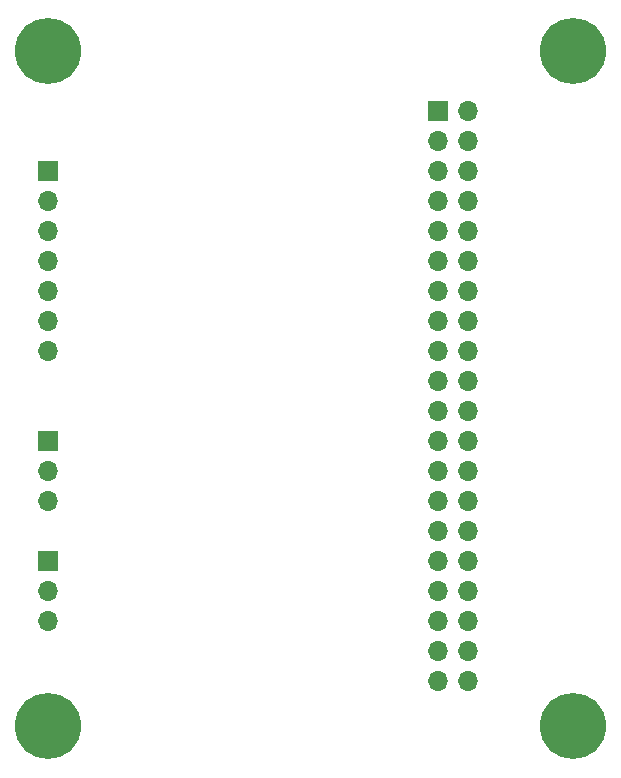
<source format=gbs>
G04 #@! TF.GenerationSoftware,KiCad,Pcbnew,6.0.6-3a73a75311~116~ubuntu22.04.1*
G04 #@! TF.CreationDate,2022-06-24T09:32:34-04:00*
G04 #@! TF.ProjectId,led_breakout,6c65645f-6272-4656-916b-6f75742e6b69,0*
G04 #@! TF.SameCoordinates,Original*
G04 #@! TF.FileFunction,Soldermask,Bot*
G04 #@! TF.FilePolarity,Negative*
%FSLAX46Y46*%
G04 Gerber Fmt 4.6, Leading zero omitted, Abs format (unit mm)*
G04 Created by KiCad (PCBNEW 6.0.6-3a73a75311~116~ubuntu22.04.1) date 2022-06-24 09:32:34*
%MOMM*%
%LPD*%
G01*
G04 APERTURE LIST*
%ADD10C,5.600000*%
%ADD11R,1.700000X1.700000*%
%ADD12O,1.700000X1.700000*%
G04 APERTURE END LIST*
D10*
X129379032Y-125440979D03*
D11*
X162399032Y-73370979D03*
D12*
X164939032Y-73370979D03*
X162399032Y-75910979D03*
X164939032Y-75910979D03*
X162399032Y-78450979D03*
X164939032Y-78450979D03*
X162399032Y-80990979D03*
X164939032Y-80990979D03*
X162399032Y-83530979D03*
X164939032Y-83530979D03*
X162399032Y-86070979D03*
X164939032Y-86070979D03*
X162399032Y-88610979D03*
X164939032Y-88610979D03*
X162399032Y-91150979D03*
X164939032Y-91150979D03*
X162399032Y-93690979D03*
X164939032Y-93690979D03*
X162399032Y-96230979D03*
X164939032Y-96230979D03*
X162399032Y-98770979D03*
X164939032Y-98770979D03*
X162399032Y-101310979D03*
X164939032Y-101310979D03*
X162399032Y-103850979D03*
X164939032Y-103850979D03*
X162399032Y-106390979D03*
X164939032Y-106390979D03*
X162399032Y-108930979D03*
X164939032Y-108930979D03*
X162399032Y-111470979D03*
X164939032Y-111470979D03*
X162399032Y-114010979D03*
X164939032Y-114010979D03*
X162399032Y-116550979D03*
X164939032Y-116550979D03*
X162399032Y-119090979D03*
X164939032Y-119090979D03*
X162399032Y-121630979D03*
X164939032Y-121630979D03*
D10*
X173829032Y-68290979D03*
D11*
X129379032Y-78450979D03*
D12*
X129379032Y-80990979D03*
X129379032Y-83530979D03*
X129379032Y-86070979D03*
X129379032Y-88610979D03*
X129379032Y-91150979D03*
X129379032Y-93690979D03*
D10*
X173829032Y-125440979D03*
D11*
X129379032Y-101310979D03*
D12*
X129379032Y-103850979D03*
X129379032Y-106390979D03*
D11*
X129379032Y-111470979D03*
D12*
X129379032Y-114010979D03*
X129379032Y-116550979D03*
D10*
X129379032Y-68290979D03*
M02*

</source>
